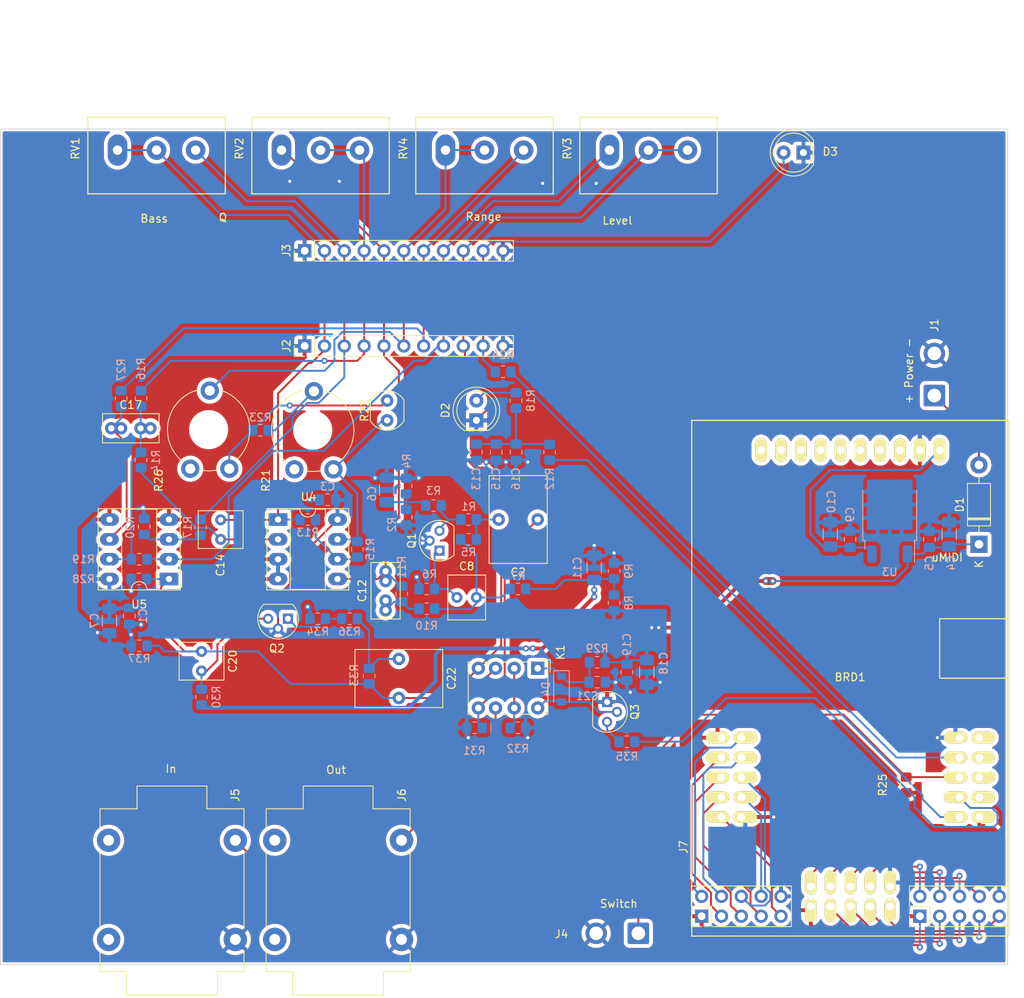
<source format=kicad_pcb>
(kicad_pcb (version 20221018) (generator pcbnew)
  (layers (0 "F.Cu" signal) (31 "B.Cu" signal) (34 "B.Paste" user) (35 "F.Paste" user) (36 "B.SilkS" user "B.Silkscreen") (37 "F.SilkS" user "F.Silkscreen") (38 "B.Mask" user) (39 "F.Mask" user) (44 "Edge.Cuts" user))
  (net 0 "")
  (net 1 "+9V")
  (net 2 "GND")
  (net 3 "/wah_in")
  (net 4 "Net-(C2-Pad2)")
  (net 5 "Net-(C6-Pad1)")
  (net 6 "Net-(Q1-E)")
  (net 7 "Net-(C8-Pad2)")
  (net 8 "Net-(BRD1A-5..9V)")
  (net 9 "vmid")
  (net 10 "Net-(C12-Pad1)")
  (net 11 "/Filter/rv2_1")
  (net 12 "Net-(C13-Pad1)")
  (net 13 "Net-(U4A--)")
  (net 14 "/Filter/rv1_1")
  (net 15 "Net-(U5B--)")
  (net 16 "Net-(C17-Pad2)")
  (net 17 "/wah_out")
  (net 18 "Net-(Q2-B)")
  (net 19 "Net-(D4-K)")
  (net 20 "Net-(C22-Pad1)")
  (net 21 "Net-(D1-A)")
  (net 22 "Net-(D2-A)")
  (net 23 "Net-(D3-A)")
  (net 24 "Net-(D4-A)")
  (net 25 "/umidi_3v3")
  (net 26 "/led_pwm")
  (net 27 "/bypass_n")
  (net 28 "/toggle_switch")
  (net 30 "Net-(J5-PadT)")
  (net 33 "Net-(J6-PadT)")
  (net 35 "Net-(BRD1B-PA0(ADC0))")
  (net 36 "Net-(BRD1B-PA1(ADC1))")
  (net 37 "Net-(BRD1B-PA2(ADC2))")
  (net 38 "Net-(BRD1B-PA3(ADC3))")
  (net 39 "Net-(BRD1B-PA4(ADC4))")
  (net 40 "Net-(BRD1B-PA5(ADC5))")
  (net 41 "Net-(BRD1B-PA6(ADC6))")
  (net 42 "Net-(BRD1B-PA7(ADC7))")
  (net 43 "Net-(BRD1C-PB0)")
  (net 44 "Net-(BRD1C-PB1)")
  (net 45 "Net-(BRD1C-PB2(DACB::DAC0))")
  (net 46 "Net-(BRD1C-PB3(DACB::DAC1))")
  (net 47 "Net-(BRD1C-PC0(SDA))")
  (net 48 "Net-(BRD1C-PC1(SCL))")
  (net 49 "Net-(BRD1C-PC2(C0::RXD0))")
  (net 50 "Net-(BRD1C-PC3(C0::TXD0))")
  (net 51 "/Filter/rv1_2")
  (net 52 "/Filter/rv2_2")
  (net 53 "/Filter/rv4_1")
  (net 54 "/Filter/rv4_2")
  (net 55 "/Filter/rv3_1")
  (net 56 "Net-(K1-Pad2)")
  (net 57 "Net-(Q1-B)")
  (net 58 "Net-(Q2-E)")
  (net 59 "Net-(Q3-B)")
  (net 60 "Net-(U4B--)")
  (net 61 "Net-(R15-Pad2)")
  (net 62 "Net-(U5A-+)")
  (net 63 "Net-(R21-Pad2)")
  (net 64 "Net-(R22-Pad2)")
  (net 77 "/Filter/status_led")
  (footprint "Relay_THT:Relay_DPDT_Omron_G6K-2P-Y" (layer "F.Cu") (at 130.81 99.06 -90)
    (fp_text reference "K1")
    (fp_text value "G6K-2P-Y-DC5")
  )
  (footprint "Capacitor_THT:C_Rect_L7.2mm_W11.0mm_P5.00mm_FKS2_FKP2_MKS2_MKP2" (layer "F.Cu") (at 130.8075 80.01 180)
    (fp_text reference "C2")
    (fp_text value "10u")
  )
  (footprint "uMidi-wah:Potentiometer_Alpha_RV16AF-20-15k-Single_Horizontal" (layer "F.Cu") (at 77 32.7 90)
    (fp_text reference "RV1")
    (fp_text value "100k, Anti-Log")
  )
  (footprint "uMidi-wah:uMIDI_faceup" (layer "F.Cu") (at 170.86 100.33 -90)
    (fp_text reference "BRD1")
    (fp_text value "uMIDI")
  )
  (footprint "Capacitor_THT:C_Rect_L7.0mm_W3.5mm_P2.50mm_P5.00mm" (layer "F.Cu") (at 76.2 68.326)
    (fp_text reference "C17")
    (fp_text value "2.7n")
  )
  (footprint "uMidi-wah:Potentiometer_Alpha_RV16AF-20-15k-Single_Horizontal" (layer "F.Cu") (at 119 32.7 90)
    (fp_text reference "RV4")
    (fp_text value "50k, Anti-Log")
  )
  (footprint "Capacitor_THT:C_Rect_L4.6mm_W5.5mm_P2.50mm_MKS02_FKP02" (layer "F.Cu") (at 87.757 96.901 -90)
    (fp_text reference "C20")
    (fp_text value "47n")
  )
  (footprint "Capacitor_THT:C_Rect_L4.6mm_W5.5mm_P2.50mm_MKS02_FKP02" (layer "F.Cu") (at 120.4675 89.99)
    (fp_text reference "C8")
    (fp_text value "1u")
  )
  (footprint "Resistor_SMD:R_0805_2012Metric_Pad1.20x1.40mm_HandSolder" (layer "F.Cu") (at 178 114 -90)
    (fp_text reference "R25")
    (fp_text value "10k")
  )
  (footprint "Connector_Audio:Jack_6.35mm_Neutrik_NMJ4HCD2_Horizontal" (layer "F.Cu") (at 113.3675 121.0875 -90)
    (fp_text reference "J6")
    (fp_text value "Output")
  )
  (footprint "Package_TO_SOT_THT:TO-92" (layer "F.Cu") (at 98.8275 92.71 180)
    (fp_text reference "Q2")
    (fp_text value "KSC1815")
  )
  (footprint "Connector_Audio:Jack_6.35mm_Neutrik_NMJ4HCD2_Horizontal" (layer "F.Cu") (at 92.0875 121.0875 -90)
    (fp_text reference "J5")
    (fp_text value "Input")
  )
  (footprint "Package_DIP:DIP-8_W7.62mm_Socket_LongPads" (layer "F.Cu") (at 97.5575 80.01)
    (fp_text reference "U4")
    (fp_text value "NJM4558D")
  )
  (footprint "Package_TO_SOT_THT:TO-92" (layer "F.Cu") (at 118.2375 83.99 90)
    (fp_text reference "Q1")
    (fp_text value "KSC1815")
  )
  (footprint "Potentiometer_THT:Potentiometer_Piher_PT-10-V10_Vertical_Hole" (layer "F.Cu") (at 91.3175 73.5 90)
    (fp_text reference "R26")
    (fp_text value "20k")
  )
  (footprint "Connector_PinHeader_2.54mm:PinHeader_1x11_P2.54mm_Vertical" (layer "F.Cu") (at 100.965 45.593 90)
    (fp_text reference "J3")
    (fp_text value "Pots Front")
  )
  (footprint "OptoDevice:R_LDR_4.9x4.2mm_P2.54mm_Vertical" (layer "F.Cu") (at 111.5275 67.31 90)
    (fp_text reference "R22")
    (fp_text value "LDR")
  )
  (footprint "Capacitor_THT:C_Rect_L7.2mm_W11.0mm_P5.00mm_FKS2_FKP2_MKS2_MKP2" (layer "F.Cu") (at 113.03 97.87 -90)
    (fp_text reference "C22")
    (fp_text value "10u")
  )
  (footprint "Capacitor_THT:C_Rect_L7.0mm_W3.5mm_P2.50mm_P5.00mm" (layer "F.Cu") (at 111.33425 91.63325 90)
    (fp_text reference "C12")
    (fp_text value "18n")
  )
  (footprint "LED_THT:LED_D5.0mm" (layer "F.Cu") (at 122.9575 67.31 90)
    (fp_text reference "D2")
    (fp_text value "LED")
  )
  (footprint "LED_THT:LED_D5.0mm" (layer "F.Cu") (at 164.846 33.02 180)
    (fp_text reference "D3")
    (fp_text value "LED")
  )
  (footprint "uMidi-wah:Potentiometer_Alpha_RV16AF-20-15k-Single_Horizontal" (layer "F.Cu") (at 98 32.7 90)
    (fp_text reference "RV2")
    (fp_text value "250k, Log")
  )
  (footprint "Connector_PinHeader_2.54mm:PinHeader_1x11_P2.54mm_Vertical" (layer "F.Cu") (at 100.965 57.785 90)
    (fp_text reference "J2")
    (fp_text value "Pots Main")
  )
  (footprint "Package_DIP:DIP-8_W7.62mm_Socket_LongPads" (layer "F.Cu") (at 83.5875 87.63 180)
    (fp_text reference "U5")
    (fp_text value "NJM4558D")
  )
  (footprint "Connector_PinHeader_2.54mm:PinHeader_2x05_P2.54mm_Vertical" (layer "F.Cu") (at 179.755 130.81 90)
    (fp_text reference "J8" hide)
    (fp_text value "Conn_02x05_Odd_Even")
  )
  (footprint "Connector_Wire:SolderWire-1sqmm_1x02_P5.4mm_D1.4mm_OD2.7mm" (layer "F.Cu") (at 181.61 64.135 90)
    (fp_text reference "J1")
    (fp_text value "Power")
  )
  (footprint "Potentiometer_THT:Potentiometer_Piher_PT-10-V10_Vertical_Hole" (layer "F.Cu") (at 104.6525 73.58 90)
    (fp_text reference "R21")
    (fp_text value "500k")
  )
  (footprint "Connector_Wire:SolderWire-1sqmm_1x02_P5.4mm_D1.4mm_OD2.7mm" (layer "F.Cu") (at 143.7 133 180)
    (fp_text reference "J4")
    (fp_text value "Switch")
  )
  (footprint "uMidi-wah:Potentiometer_Alpha_RV16AF-20-15k-Single_Horizontal" (layer "F.Cu") (at 140 32.7 90)
    (fp_text reference "RV3")
    (fp_text value "10k, Lin")
  )
  (footprint "Capacitor_THT:C_Rect_L4.6mm_W5.5mm_P2.50mm_MKS02_FKP02" (layer "F.Cu") (at 90.2075 82.55 90)
    (fp_text reference "C14")
    (fp_text value "10n")
  )
  (footprint "Connector_PinHeader_2.54mm:PinHeader_2x05_P2.54mm_Vertical" (layer "F.Cu") (at 151.81 130.81 90)
    (fp_text reference "J7")
    (fp_text value "Conn_02x05_Odd_Even")
  )
  (footprint "Package_TO_SOT_THT:TO-92" (layer "F.Cu") (at 139.69725 103.378 -90)
    (fp_text reference "Q3")
    (fp_text value "KSC1815")
  )
  (footprint "Diode_THT:D_DO-41_SOD81_P10.16mm_Horizontal" (layer "F.Cu") (at 187.325 83.185 90)
    (fp_text reference "D1")
    (fp_text value "1N4001")
  )
  (footprint "Resistor_SMD:R_0805_2012Metric_Pad1.20x1.40mm_HandSolder" (layer "B.Cu") (at 128.0375 64.77 -90)
    (fp_text reference "R18")
    (fp_text value "68")
  )
  (footprint "Resistor_SMD:R_0805_2012Metric_Pad1.20x1.40mm_HandSolder" (layer "B.Cu") (at 138.42725 98.298)
    (fp_text reference "R29")
    (fp_text value "180")
  )
  (footprint "Resistor_SMD:R_0805_2012Metric_Pad1.20x1.40mm_HandSolder" (layer "B.Cu") (at 79.74 87.63)
    (fp_text reference "R28")
    (fp_text value "1M")
  )
  (footprint "Capacitor_SMD:C_0805_2012Metric_Pad1.18x1.45mm_HandSolder" (layer "B.Cu") (at 122.9575 71.39 -90)
    (fp_text reference "C13")
    (fp_text value "330n")
  )
  (footprint "Resistor_SMD:R_0805_2012Metric_Pad1.20x1.40mm_HandSolder" (layer "B.Cu") (at 77.47 64.5 -90)
    (fp_text reference "R27")
    (fp_text value "1k")
  )
  (footprint "Resistor_SMD:R_0805_2012Metric_Pad1.20x1.40mm_HandSolder" (layer "B.Cu") (at 79.7775 85.09)
    (fp_text reference "R19")
    (fp_text value "3.6k")
  )
  (footprint "Resistor_SMD:R_0805_2012Metric_Pad1.20x1.40mm_HandSolder" (layer "B.Cu") (at 128.27 88.9 180)
    (fp_text reference "R7")
    (fp_text value "510k")
  )
  (footprint "Capacitor_SMD:C_1206_3216Metric_Pad1.33x1.80mm_HandSolder" (layer "B.Cu") (at 183.515 81.915 90)
    (fp_text reference "C4")
    (fp_text value "47u")
  )
  (footprint "Resistor_SMD:R_0805_2012Metric_Pad1.20x1.40mm_HandSolder" (layer "B.Cu") (at 107.7175 83.82 90)
    (fp_text reference "R15")
    (fp_text value "23k")
  )
  (footprint "Resistor_SMD:R_0805_2012Metric_Pad1.20x1.40mm_HandSolder" (layer "B.Cu") (at 142.23725 108.458)
    (fp_text reference "R35")
    (fp_text value "1k")
  )
  (footprint "Resistor_SMD:R_0805_2012Metric_Pad1.20x1.40mm_HandSolder" (layer "B.Cu") (at 87.757 102.743 90)
    (fp_text reference "R30")
    (fp_text value "510k")
  )
  (footprint "Capacitor_SMD:C_1206_3216Metric_Pad1.33x1.80mm_HandSolder" (layer "B.Cu") (at 75.9675 93.0025 -90)
    (fp_text reference "C7")
    (fp_text value "47u")
  )
  (footprint "Resistor_SMD:R_0805_2012Metric_Pad1.20x1.40mm_HandSolder" (layer "B.Cu") (at 116.6075 88.9)
    (fp_text reference "R6")
    (fp_text value "10k")
  )
  (footprint "Diode_SMD:D_SOD-123" (layer "B.Cu") (at 133.858 101.727 -90)
    (fp_text reference "D4")
    (fp_text value "1N4148W")
  )
  (footprint "Resistor_SMD:R_0805_2012Metric_Pad1.20x1.40mm_HandSolder" (layer "B.Cu") (at 113.9675 75.72 -90)
    (fp_text reference "R4")
    (fp_text value "22k")
  )
  (footprint "Resistor_SMD:R_0805_2012Metric_Pad1.20x1.40mm_HandSolder" (layer "B.Cu") (at 140.589 90.678 -90)
    (fp_text reference "R8")
    (fp_text value "10k")
  )
  (footprint "Capacitor_SMD:C_0805_2012Metric_Pad1.18x1.45mm_HandSolder" (layer "B.Cu") (at 103.9075 77.47 180)
    (fp_text reference "C3")
    (fp_text value "330n")
  )
  (footprint "Capacitor_SMD:C_0805_2012Metric_Pad1.18x1.45mm_HandSolder" (layer "B.Cu") (at 128.0375 71.39 -90)
    (fp_text reference "C16")
    (fp_text value "1u")
  )
  (footprint "Resistor_SMD:R_0805_2012Metric_Pad1.20x1.40mm_HandSolder" (layer "B.Cu") (at 95.2875 68.58 180)
    (fp_text reference "R23")
    (fp_text value "200k")
  )
  (footprint "Resistor_SMD:R_0805_2012Metric_Pad1.20x1.40mm_HandSolder" (layer "B.Cu") (at 140.589 86.6055 -90)
    (fp_text reference "R9")
    (fp_text value "10k")
  )
  (footprint "Package_TO_SOT_SMD:TO-252-2" (layer "B.Cu") (at 175.895 79.375 90)
    (fp_text reference "U3")
    (fp_text value "MC78M05_TO252")
  )
  (footprint "Resistor_SMD:R_0805_2012Metric_Pad1.20x1.40mm_HandSolder" (layer "B.Cu") (at 121.9575 80.01 180)
    (fp_text reference "R1")
    (fp_text value "1k")
  )
  (footprint "Resistor_SMD:R_0805_2012Metric_Pad1.20x1.40mm_HandSolder" (layer "B.Cu") (at 80.01 72.39 90)
    (fp_text reference "R14")
    (fp_text value "15k")
  )
  (footprint "Resistor_SMD:R_0805_2012Metric_Pad1.20x1.40mm_HandSolder" (layer "B.Cu") (at 79.7775 96.1775)
    (fp_text reference "R37")
    (fp_text value "100k")
  )
  (footprint "Resistor_SMD:R_0805_2012Metric_Pad1.20x1.40mm_HandSolder" (layer "B.Cu") (at 109.22 100.06 -90)
    (fp_text reference "R33")
    (fp_text value "dnf")
  )
  (footprint "Resistor_SMD:R_0805_2012Metric_Pad1.20x1.40mm_HandSolder" (layer "B.Cu") (at 101.3675 80.01)
    (fp_text reference "R13")
    (fp_text value "22k")
  )
  (footprint "Resistor_SMD:R_0805_2012Metric_Pad1.20x1.40mm_HandSolder" (layer "B.Cu") (at 106.7175 92.71)
    (fp_text reference "R36")
    (fp_text value "47")
  )
  (footprint "Resistor_SMD:R_0805_2012Metric_Pad1.20x1.40mm_HandSolder" (layer "B.Cu") (at 128.27 106.68 180)
    (fp_text reference "R32")
    (fp_text value "1M")
  )
  (footprint "Resistor_SMD:R_0805_2012Metric_Pad1.20x1.40mm_HandSolder" (layer "B.Cu") (at 126.365 61.087)
    (fp_text reference "R24")
    (fp_text value "180")
  )
  (footprint "Capacitor_SMD:C_0805_2012Metric_Pad1.18x1.45mm_HandSolder" (layer "B.Cu") (at 78.5075 92.3675 -90)
    (fp_text reference "C1")
    (fp_text value "330n")
  )
  (footprint "Capacitor_SMD:C_1206_3216Metric_Pad1.33x1.80mm_HandSolder" (layer "B.Cu") (at 144.77725 99.568 -90)
    (fp_text reference "C18")
    (fp_text value "10u")
  )
  (footprint "Resistor_SMD:R_0805_2012Metric_Pad1.20x1.40mm_HandSolder" (layer "B.Cu") (at 87.63 81.01 -90)
    (fp_text reference "R17")
    (fp_text value "5.1k")
  )
  (footprint "Resistor_SMD:R_0805_2012Metric_Pad1.20x1.40mm_HandSolder" (layer "B.Cu") (at 113.9675 79.72 90)
    (fp_text reference "R2")
    (fp_text value "9.1k")
  )
  (footprint "Resistor_SMD:R_0805_2012Metric_Pad1.20x1.40mm_HandSolder" (layer "B.Cu") (at 102.6375 92.71)
    (fp_text reference "R34")
    (fp_text value "10k")
  )
  (footprint "Capacitor_SMD:C_0805_2012Metric_Pad1.18x1.45mm_HandSolder" (layer "B.Cu") (at 170.815 82.55 90)
    (fp_text reference "C9")
    (fp_text value "330n")
  )
  (footprint "Capacitor_SMD:C_1206_3216Metric_Pad1.33x1.80mm_HandSolder" (layer "B.Cu") (at 111.4675 76.22 90)
    (fp_text reference "C6")
    (fp_text value "10u")
  )
  (footprint "Resistor_SMD:R_0805_2012Metric_Pad1.20x1.40mm_HandSolder" (layer "B.Cu") (at 132.334 71.39 -90)
    (fp_text reference "R12")
    (fp_text value "68")
  )
  (footprint "Capacitor_SMD:C_0805_2012Metric_Pad1.18x1.45mm_HandSolder" (layer "B.Cu") (at 180.975 82.55 90)
    (fp_text reference "C5")
    (fp_text value "330n")
  )
  (footprint "Capacitor_SMD:C_0805_2012Metric_Pad1.18x1.45mm_HandSolder" (layer "B.Cu") (at 138.42725 100.838)
    (fp_text reference "C21")
    (fp_text value "330n")
  )
  (footprint "Capacitor_SMD:C_0805_2012Metric_Pad1.18x1.45mm_HandSolder" (layer "B.Cu") (at 125.4975 71.39 -90)
    (fp_text reference "C15")
    (fp_text value "330n")
  )
  (footprint "Resistor_SMD:R_0805_2012Metric_Pad1.20x1.40mm_HandSolder" (layer "B.Cu") (at 121.9575 82.55)
    (fp_text reference "R5")
    (fp_text value "dnf")
  )
  (footprint "Resistor_SMD:R_0805_2012Metric_Pad1.20x1.40mm_HandSolder" (layer "B.Cu") (at 80.4125 80.915 90)
    (fp_text reference "R20")
    (fp_text value "470k")
  )
  (footprint "Resistor_SMD:R_0805_2012Metric_Pad1.20x1.40mm_HandSolder" (layer "B.Cu") (at 122.73 106.68)
    (fp_text reference "R31")
    (fp_text value "1M")
  )
  (footprint "Resistor_SMD:R_0805_2012Metric_Pad1.20x1.40mm_HandSolder" (layer "B.Cu") (at 116.6075 91.44 180)
    (fp_text reference "R10")
    (fp_text value "10k")
  )
  (footprint "Capacitor_SMD:C_1206_3216Metric_Pad1.33x1.80mm_HandSolder" (layer "B.Cu") (at 168.275 81.915 90)
    (fp_text reference "C10")
    (fp_text value "10u")
  )
  (footprint "Resistor_SMD:R_0805_2012Metric_Pad1.20x1.40mm_HandSolder" (layer "B.Cu") (at 113.411 89.535 90)
    (fp_text reference "R11")
    (fp_text value "47k")
  )
  (footprint "Capacitor_SMD:C_0805_2012Metric_Pad1.18x1.45mm_HandSolder" (layer "B.Cu") (at 142.23725 99.568 -90)
    (fp_text reference "C19")
    (fp_text value "330n")
  )
  (footprint "Capacitor_SMD:C_1206_3216Metric_Pad1.33x1.80mm_HandSolder" (layer "B.Cu") (at 138.049 86.1945 90)
    (fp_text reference "C11")
    (fp_text value "47u")
  )
  (footprint "Resistor_SMD:R_0805_2012Metric_Pad1.20x1.40mm_HandSolder" (layer "B.Cu") (at 117.4675 78.22)
    (fp_text reference "R3")
    (fp_text value "510k")
  )
  (footprint "Resistor_SMD:R_0805_2012Metric_Pad1.20x1.40mm_HandSolder" (layer "B.Cu") (at 80.01 64.5 -90)
    (fp_text reference "R16")
    (fp_text value "11k")
  )
  (gr_rect (start 62 30) (end 191 137) (stroke (width 0.1)) (fill none) (layer "Edge.Cuts"))
  (gr_text "Bass" (at 79.836 42.053) (layer "F.SilkS") (effects (font (size 1 1)) (justify left bottom)))
  (gr_text "Range" (at 121.492 41.799) (layer "F.SilkS") (effects (font (size 1 1)) (justify left bottom)))
  (gr_text "+ Power -" (at 178.943 65.278 90) (layer "F.SilkS") (effects (font (size 1 1)) (justify left bottom)))
  (gr_text "Q" (at 89.869 41.926) (layer "F.SilkS") (effects (font (size 1 1)) (justify left bottom)))
  (gr_text "Switch" (at 138.684 129.794) (layer "F.SilkS") (effects (font (size 1 1)) (justify left bottom)))
  (gr_text "In" (at 83.058 112.522) (layer "F.SilkS") (effects (font (size 1 1)) (justify left bottom)))
  (gr_text "Out" (at 103.632 112.649) (layer "F.SilkS") (effects (font (size 1 1)) (justify left bottom)))
  (gr_text "Level" (at 139.018 42.307) (layer "F.SilkS") (effects (font (size 1 1)) (justify left bottom)))
  (segment (start 151.13 93.853) (end 157.099 87.884) (width 0.5) (layer "F.Cu") (net 1))
  (segment (start 97.5575 89.7675) (end 97.5575 93.98) (width 0.25) (layer "F.Cu") (net 1))
  (segment (start 99.0825 86.105) (end 99.0825 88.2425) (width 0.25) (layer "F.Cu") (net 1))
  (segment (start 160.02 87.884) (end 160.909 87.884) (width 1) (layer "F.Cu") (net 1))
  (segment (start 146.304 93.853) (end 145.415 93.853) (width 1) (layer "F.Cu") (net 1))
  (segment (start 105.1775 80.01) (end 99.0825 86.105) (width 0.25) (layer "F.Cu") (net 1))
  (segment (start 157.099 87.884) (end 160.02 87.884) (width 0.5) (layer "F.Cu") (net 1))
  (segment (start 146.304 93.853) (end 151.13 93.853) (width 0.5) (layer "F.Cu") (net 1))
  (segment (start 99.0825 88.2425) (end 97.5575 89.7675) (width 0.25) (layer "F.Cu") (net 1))
  (via (at 160.909 87.884) (size 0.8) (drill 0.4) (layers "F.Cu" "B.Cu") (net 1))
  (via (at 160.02 87.884) (size 0.8) (drill 0.4) (layers "F.Cu" "B.Cu") (net 1))
  (via (at 146.304 93.853) (size 0.8) (drill 0.4) (layers "F.Cu" "B.Cu") (net 1))
  (via (at 145.415 93.853) (size 0.8) (drill 0.4) (layers "F.Cu" "B.Cu") (net 1))
  (segment (start 142.00475 98.298) (end 142.23725 98.5305) (width 0.25) (layer "B.Cu") (net 1))
  (segment (start 78.5075 91.33) (end 91.33 91.33) (width 0.25) (layer "B.Cu") (net 1))
  (segment (start 178.175 84.415) (end 180.1475 84.415) (width 0.25) (layer "B.Cu") (net 1))
  (segment (start 144.77725 98.0055) (end 142.76225 98.0055) (width 0.25) (layer "B.Cu") (net 1))
  (segment (start 91.33 91.33) (end 93.98 93.98) (width 0.25) (layer "B.Cu") (net 1))
  (segment (start 105.1775 77.7025) (end 105.1775 80.01) (width 0.25) (layer "B.Cu") (net 1))
  (segment (start 142.23725 96.00925) (end 140.589 94.361) (width 0.25) (layer "B.Cu") (net 1))
  (segment (start 78.3975 91.44) (end 78.5075 91.33) (width 0.25) (layer "B.Cu") (net 1))
  (segment (start 183.8075 83.185) (end 187.325 83.185) (width 0.25) (layer "B.Cu") (net 1))
  (segment (start 180.1475 84.415) (end 180.975 83.5875) (width 0.25) (layer "B.Cu") (net 1))
  (segment (start 139.42725 98.298) (end 142.00475 98.298) (width 0.25) (layer "B.Cu") (net 1))
  (segment (start 75.9675 91.44) (end 78.3975 91.44) (width 0.25) (layer "B.Cu") (net 1))
  (segment (start 178.175 84.415) (end 178.175 86.112) (width 0.25) (layer "B.Cu") (net 1))
  (segment (start 140.589 94.361) (end 140.589 91.678) (width 0.25) (layer "B.Cu") (net 1))
  (segment (start 161.29 87.884) (end 160.909 87.884) (width 0.25) (layer "B.Cu") (net 1))
  (segment (start 104.945 77.47) (end 105.1775 77.7025) (width 0.25) (layer "B.Cu") (net 1))
  (segment (start 177.8725 84.7175) (end 178.175 84.415) (width 0.25) (layer "B.Cu") (net 1))
  (segment (start 115.9675 82.72) (end 116.9675 82.72) (width 0.25) (layer "B.Cu") (net 1))
  (segment (start 93.98 93.98) (end 97.5575 93.98) (width 0.25) (layer "B.Cu") (net 1))
  (segment (start 142.23725 98.5305) (end 142.23725 96.00925) (width 0.25) (layer "B.Cu") (net 1))
  (segment (start 113.9675 80.72) (end 115.9675 82.72) (width 0.25) (layer "B.Cu") (net 1))
  (segment (start 183.515 83.4775) (end 183.8075 83.185) (width 0.25) (layer "B.Cu") (net 1))
  (segment (start 142.76225 98.0055) (end 142.23725 98.5305) (width 0.25) (layer "B.Cu") (net 1))
  (segment (start 183.405 83.5875) (end 183.515 83.4775) (width 0.25) (layer "B.Cu") (net 1))
  (segment (start 178.175 86.112) (end 176.403 87.884) (width 0.25) (layer "B.Cu") (net 1))
  (segment (start 75.9675 91.44) (end 75.9675 87.63) (width 0.25) (layer "B.Cu") (net 1))
  (segment (start 180.975 83.5875) (end 183.405 83.5875) (width 0.25) (layer "B.Cu") (net 1))
  (segment (start 176.403 87.884) (end 161.29 87.884) (width 0.25) (layer "B.Cu") (net 1))
  (segment (start 100.965 57.785) (end 100.965 45.593) (width 0.25) (layer "F.Cu") (net 2))
  (segment (start 126.365 63.9025) (end 126.365 57.785) (width 0.25) (layer "F.Cu") (net 2))
  (segment (start 156.89 118.11) (end 161.036 118.11) (width 0.5) (layer "F.Cu") (net 2))
  (segment (start 126.365 57.785) (end 126.365 45.593) (width 0.25) (layer "F.Cu") (net 2))
  (segment (start 122.9575 67.31) (end 126.365 63.9025) (width 0.25) (layer "F.Cu") (net 2))
  (via (at 115.316 87.376) (size 0.8) (drill 0.4) (layers "F.Cu" "B.Cu") (net 2))
  (via (at 131.445 36.957) (size 0.8) (drill 0.4) (layers "F.Cu" "B.Cu") (net 2))
  (via (at 146.486 100.853) (size 0.8) (drill 0.4) (layers "F.Cu" "B.Cu") (net 2))
  (via (at 140.771 100.853) (size 0.8) (drill 0.4) (layers "F.Cu" "B.Cu") (net 2))
  (via (at 126.746 72.644) (size 0.8) (drill 0.4) (layers "F.Cu" "B.Cu") (net 2))
  (via (at 181.991 107.95) (size 0.8) (drill 0.4) (layers "F.Cu" "B.Cu") (net 2))
  (via (at 129.54 72.644) (size 0.8) (drill 0.4) (layers "F.Cu" "B.Cu") (net 2))
  (via (at 105.41 36.703) (size 0.8) (drill 0.4) (layers "F.Cu" "B.Cu") (net 2))
  (via (at 115.57 74.676) (size 0.8) (drill 0.4) (layers "F.Cu" "B.Cu") (net 2))
  (via (at 109.982 74.676) (size 0.8) (drill 0.4) (layers "F.Cu" "B.Cu") (net 2))
  (via (at 78.74 89.154) (size 0.8) (drill 0.4) (layers "F.Cu" "B.Cu") (net 2))
  (via (at 142.676 102.123) (size 0.8) (drill 0.4) (layers "F.Cu" "B.Cu") (net 2))
  (via (at 138.303 36.957) (size 0.8) (drill 0.4) (layers "F.Cu" "B.Cu") (net 2))
  (via (at 138.049 83.312) (size 0.8) (drill 0.4) (layers "F.Cu" "B.Cu") (net 2))
  (via (at 161.036 118.11) (size 0.8) (drill 0.4) (layers "F.Cu" "B.Cu") (net 2))
  (via (at 129.54 107.95) (size 0.8) (drill 0.4) (layers "F.Cu" "B.Cu") (net 2))
  (via (at 74.422 94.488) (size 0.8) (drill 0.4) (layers "F.Cu" "B.Cu") (net 2))
  (via (at 140.589 84.2895) (size 0.8) (drill 0.4) (layers "F.Cu" "B.Cu") (net 2))
  (via (at 124.206 72.644) (size 0.8) (drill 0.4) (layers "F.Cu" "B.Cu") (net 2))
  (via (at 101.6 77.47) (size 0.8) (drill 0.4) (layers "F.Cu" "B.Cu") (net 2))
  (via (at 121.92 107.95) (size 0.8) (drill 0.4) (layers "F.Cu" "B.Cu") (net 2))
  (via (at 80.264 78.486) (size 0.8) (drill 0.4) (layers "F.Cu" "B.Cu") (net 2))
  (via (at 78.74 94.742) (size 0.8) (drill 0.4) (layers "F.Cu" "B.Cu") (net 2))
  (via (at 101.346 91.186) (size 0.8) (drill 0.4) (layers "F.Cu" "B.Cu") (net 2))
  (via (at 99.06 36.703) (size 0.8) (drill 0.4) (layers "F.Cu" "B.Cu") (net 2))
  (via (at 80.01 93.472) (size 0.8) (drill 0.4) (layers "F.Cu" "B.Cu") (net 2))
  (segment (start 140.589 85.6055) (end 140.589 84.2895) (width 0.25) (layer "B.Cu") (net 2))
  (segment (start 142.23725 101.68425) (end 142.676 102.123) (width 0.25) (layer "B.Cu") (net 2))
  (segment (start 110.0005 74.6575) (end 109.982 74.676) (width 0.25) (layer "B.Cu") (net 2))
  (segment (start 128.0375 72.4275) (end 129.3235 72.4275) (width 0.25) (layer "B.Cu") (net 2))
  (segment (start 129.3235 72.4275) (end 129.54 72.644) (width 0.25) (layer "B.Cu") (net 2))
  (segment (start 125.4975 72.4275) (end 126.5295 72.4275) (width 0.25) (layer "B.Cu") (net 2))
  (segment (start 126.9625 72.4275) (end 126.746 72.644) (width 0.25) (layer "B.Cu") (net 2))
  (segment (start 80.4125 79.915) (end 80.4125 78.6345) (width 0.25) (layer "B.Cu") (net 2))
  (segment (start 123.9895 72.4275) (end 124.206 72.644) (width 0.25) (layer "B.Cu") (net 2))
  (segment (start 138.049 84.632) (end 138.049 83.312) (width 0.25) (layer "B.Cu") (net 2))
  (segment (start 102.87 77.47) (end 101.6 77.47) (width 0.25) (layer "B.Cu") (net 2))
  (segment (start 126.5295 72.4275) (end 126.746 72.644) (width 0.25) (layer "B.Cu") (net 2))
  (segment (start 78.7775 96.1775) (end 78.7775 94.7795) (width 0.25) (layer "B.Cu") (net 2))
  (segment (start 145.05475 100.853) (end 146.486 100.853) (width 0.25) (layer "B.Cu") (net 2))
  (segment (start 101.6375 92.71) (end 101.6375 91.4775) (width 0.25) (layer "B.Cu") (net 2))
  (segment (start 75.9675 94.565) (end 75.8905 94.488) (width 0.25) (layer "B.Cu") (net 2))
  (segment (start 115.6075 88.9) (end 115.6075 87.6675) (width 0.25) (layer "B.Cu") (net 2))
  (segment (start 80.4125 78.6345) (end 80.264 78.486) (width 0.25) (layer "B.Cu") (net 2))
  (segment (start 124.4225 72.4275) (end 124.206 72.644) (width 0.25) (layer "B.Cu") (net 2))
  (segment (start 79.943 93.405) (end 80.01 93.472) (width 0.25) (layer "B.Cu") (net 2))
  (segment (start 144.77725 101.1305) (end 145.05475 100.853) (width 0.25) (layer "B.Cu") (net 2))
  (segment (start 129.54 106.95) (end 129.54 107.95) (width 0.25) (layer "B.Cu") (net 2))
  (segment (start 121.73 106.68) (end 121.92 106.87) (width 0.25) (layer "B.Cu") (net 2))
  (segment (start 115.6075 87.6675) (end 115.316 87.376) (width 0.25) (layer "B.Cu") (net 2))
  (segment (start 121.92 106.87) (end 121.92 107.95) (width 0.25) (layer "B.Cu") (net 2))
  (segment (start 113.9675 74.72) (end 115.526 74.72) (width 0.25) (layer "B.Cu") (net 2))
  (segment (start 140.756 100.838) (end 140.771 100.853) (width 0.25) (layer "B.Cu") (net 2))
  (segment (start 78.5075 93.405) (end 79.943 93.405) (width 0.25) (layer "B.Cu") (net 2))
  (segment (start 139.46475 100.838) (end 140.756 100.838) (width 0.25) (layer "B.Cu") (net 2))
  (segment (start 122.9575 72.4275) (end 123.9895 72.4275) (width 0.25) (layer "B.Cu") (net 2))
  (segment (start 75.8905 94.488) (end 74.422 94.488) (width 0.25) (layer "B.Cu") (net 2))
  (segment (start 142.23725 100.6055) (end 142.23725 101.68425) (width 0.25) (layer "B.Cu") (net 2))
  (segment (start 115.526 74.72) (end 115.57 74.676) (width 0.25) (layer "B.Cu") (net 2))
  (segment (start 78.7775 94.7795) (end 78.74 94.742) (width 0.25) (layer "B.Cu") (net 2))
  (segment (start 128.0375 72.4275) (end 126.9625 72.4275) (width 0.25) (layer "B.Cu") (net 2))
  (segment (start 101.6375 91.4775) (end 101.346 91.186) (width 0.25) (layer "B.Cu") (net 2))
  (segment (start 111.4675 74.6575) (end 110.0005 74.6575) (width 0.25) (layer "B.Cu") (net 2))
  (segment (start 181.991 107.95) (end 184.83 107.95) (width 0.5) (layer "B.Cu") (net 2))
  (segment (start 129.27 106.68) (end 129.54 106.95) (width 0.25) (layer "B.Cu") (net 2))
  (segment (start 78.74 87.63) (end 78.74 89.154) (width 0.25) (layer "B.Cu") (net 2))
  (segment (start 125.4975 72.4275) (end 124.4225 72.4275) (width 0.25) (layer "B.Cu") (net 2))
  (segment (start 126.585 84.2325) (end 126.585 100.765) (width 0.25) (layer "F.Cu") (net 3))
  (segment (start 130.8075 80.01) (end 126.585 84.2325) (width 0.25) (layer "F.Cu") (net 3))
  (segment (start 126.585 100.765) (end 123.21 104.14) (width 0.25) (layer "F.Cu") (net 3))
  (segment (start 123.21 106.16) (end 123.21 104.14) (width 0.25) (layer "B.Cu") (net 3))
  (segment (start 123.73 106.68) (end 123.21 106.16) (width 0.25) (layer "B.Cu") (net 3))
  (segment (start 122.9575 80.01) (end 125.8075 80.01) (width 0.25) (layer "B.Cu") (net 4))
  (segment (start 122.9575 82.55) (end 122.9575 80.01) (width 0.25) (layer "B.Cu") (net 4))
  (segment (start 113.9675 78.72) (end 113.9675 76.72) (width 0.25) (layer "B.Cu") (net 5))
  (segment (start 116.03 77.7825) (end 116.4675 78.22) (width 0.25) (layer "B.Cu") (net 5))
  (segment (start 111.4675 77.7825) (end 116.03 77.7825) (width 0.25) (layer "B.Cu") (net 5))
  (segment (start 117.6075 84.3225) (end 118.11 83.82) (width 0.25) (layer "B.Cu") (net 6))
  (segment (start 117.6075 88.9) (end 119.3775 88.9) (width 0.25) (layer "B.Cu") (net 6))
  (segment (start 119.3775 88.9) (end 120.4675 89.99) (width 0.25) (layer "B.Cu") (net 6))
  (segment (start 117.6075 88.9) (end 117.6075 84.3225) (width 0.25) (layer "B.Cu") (net 6))
  (segment (start 127.27 88.9) (end 126.18 89.99) (width 0.25) (layer "B.Cu") (net 7))
  (segment (start 122.2175 91.49) (end 122.9675 90.74) (width 0.25) (layer "B.Cu") (net 7))
  (segment (start 117.6575 91.49) (end 117.6075 91.44) (width 0.25) (layer "B.Cu") (net 7))
  (segment (start 120.9575 82.55) (end 122.9675 84.56) (width 0.25) (layer "B.Cu") (net 7))
  (segment (start 122.2175 91.49) (end 117.6575 91.49) (width 0.25) (layer "B.Cu") (net 7))
  (segment (start 122.9675 84.56) (end 122.9675 89.99) (width 0.25) (layer "B.Cu") (net 7))
  (segment (start 126.18 89.99) (end 122.9675 89.99) (width 0.25) (layer "B.Cu") (net 7))
  (segment (start 122.9675 90.74) (end 122.9675 89.99) (width 0.25) (layer "B.Cu") (net 7))
  (segment (start 170.705 83.4775) (end 170.815 83.5875) (width 0.25) (layer "B.Cu") (net 8))
  (segment (start 179.75 73.66) (end 168.275 73.66) (width 0.25) (layer "B.Cu") (net 8))
  (segment (start 168.275 83.4775) (end 170.705 83.4775) (width 0.25) (layer "B.Cu") (net 8))
  (segment (start 165.735 81.865) (end 167.3475 83.4775) (width 0.25) (layer "B.Cu") (net 8))
  (segment (start 165.735 76.2) (end 165.735 81.865) (width 0.25) (layer "B.Cu") (net 8))
  (segment (start 170.815 83.5875) (end 172.7875 83.5875) (width 0.25) (layer "B.Cu") (net 8))
  (segment (start 168.275 73.66) (end 165.735 76.2) (width 0.25) (layer "B.Cu") (net 8))
  (segment (start 182.29 71.12) (end 179.75 73.66) (width 0.25) (layer "B.Cu") (net 8))
  (segment (start 167.3475 83.4775) (end 168.275 83.4775) (width 0.25) (layer "B.Cu") (net 8))
  (segment (start 172.7875 83.5875) (end 173.615 84.415) (width 0.25) (layer "B.Cu") (net 8))
  (segment (start 138.049 89.916) (end 131.445 96.52) (width 0.5) (layer "F.Cu") (net 9))
  (segment (start 131.445 96.52) (end 130.175 96.52) (width 0.5) (layer "F.Cu") (net 9))
  (via (at 138.049 89.027) (size 0.8) (drill 0.4) (layers "F.Cu" "B.Cu") (net 9))
  (via (at 130.175 96.52) (size 0.8) (drill 0.4) (layers "F.Cu" "B.Cu") (net 9))
  (via (at 129.286 96.52) (size 0.8) (drill 0.4) (layers "F.Cu" "B.Cu") (net 9))
  (via (at 138.049 89.916) (size 0.8) (drill 0.4) (layers "F.Cu" "B.Cu") (net 9))
  (segment (start 129.286 96.52) (end 130.175 96.52) (width 0.5) (layer "B.Cu") (net 9))
  (segment (start 114.32 104.12) (end 117.729 100.711) (width 0.5) (layer "B.Cu") (net 9))
  (segment (start 138.2005 87.6055) (end 138.049 87.757) (width 0.25) (layer "B.Cu") (net 9))
  (segment (start 138.049 87.757) (end 138.049 89.027) (width 0.25) (layer "B.Cu") (net 9))
  (segment (start 140.589 89.678) (end 140.589 87.6055) (width 0.25) (layer "B.Cu") (net 9))
  (segment (start 117.729 97.282) (end 118.491 96.52) (width 0.5) (layer "B.Cu") (net 9))
  (segment (start 87.757 103.743) (end 88.134 104.12) (width 0.5) (layer "B.Cu") (net 9))
  (segment (start 117.729 100.711) (end 117.729 97.282) (width 0.5) (layer "B.Cu") (net 9))
  (segment (start 134.239 87.757) (end 133.096 88.9) (width 0.25) (layer "B.Cu") (net 9))
  (segment (start 88.134 104.12) (end 114.32 104.12) (width 0.5) (layer "B.Cu") (net 9))
  (segment (start 133.096 88.9) (end 129.27 88.9) (width 0.25) (layer "B.Cu") (net 9))
  (segment (start 138.049 89.027) (end 138.049 89.916) (width 0.5) (layer "B.Cu") (net 9))
  (segment (start 138.049 87.757) (end 134.239 87.757) (width 0.25) (layer "B.Cu") (net 9))
  (segment (start 140.589 87.6055) (end 138.2005 87.6055) (width 0.25) (layer "B.Cu") (net 9))
  (segment (start 140.589 87.8455) (end 140.349 87.6055) (width 0.25) (layer "B.Cu") (net 9))
  (segment (start 118.491 96.52) (end 129.286 96.52) (width 0.5) (layer "B.Cu") (net 9))
  (segment (start 114.316 91.44) (end 113.411 90.535) (width 0.25) (layer "B.Cu") (net 10))
  (segment (start 112.4325 90.535) (end 111.33425 91.63325) (width 0.25) (layer "B.Cu") (net 10))
  (segment (start 113.411 90.535) (end 112.4325 90.535) (width 0.25) (layer "B.Cu") (net 10))
  (segment (start 115.6075 91.44) (end 114.316 91.44) (width 0.25) (layer "B.Cu") (net 10))
  (segment (start 111.125 57.785) (end 111.125 45.593) (width 0.25) (layer "F.Cu") (net 11))
  (segment (start 110.3375 87.63) (end 111.33425 86.63325) (width 0.25) (layer "F.Cu") (net 11))
  (segment (start 113.03 60.96) (end 113.03 79.7775) (width 0.25) (layer "F.Cu") (net 11))
  (segment (start 111.125 59.055) (end 113.03 60.96) (width 0.25) (layer "F.Cu") (net 11))
  (segment (start 98.232 32.7) (end 98 32.7) (width 0.25) (layer "F.Cu") (net 11))
  (segment (start 111.125 57.15) (end 111.125 59.055) (width 0.25) (layer "F.Cu") (net 11))
  (segment (start 105.1775 87.63) (end 110.3375 87.63) (width 0.25) (layer "F.Cu") (net 11))
  (segment (start 111.33425 81.47325) (end 113.03 79.7775) (width 0.25) (layer "F.Cu") (net 11))
  (segment (start 111.125 45.593) (end 98.232 32.7) (width 0.25) (layer "F.Cu") (net 11))
  (segment (start 111.33425 86.63325) (end 111.33425 81.47325) (width 0.25) (layer "F.Cu") (net 11))
  (segment (start 113.236 88.535) (end 111.33425 86.63325) (width 0.25) (layer "B.Cu") (net 11))
  (segment (start 113.411 88.535) (end 113.236 88.535) (width 0.25) (layer "B.Cu") (net 11))
  (segment (start 128.0375 70.3525) (end 128.0375 65.77) (width 0.25) (layer "B.Cu") (net 12))
  (segment (start 125.4975 70.3525) (end 128.0375 70.3525) (width 0.25) (layer "B.Cu") (net 12))
  (segment (start 122.9575 70.3525) (end 125.4975 70.3525) (width 0.25) (layer "B.Cu") (net 12))
  (segment (start 132.2965 70.3525) (end 132.334 70.39) (width 0.25) (layer "B.Cu") (net 12))
  (segment (start 128.0375 70.3525) (end 132.2965 70.3525) (width 0.25) (layer "B.Cu") (net 12))
  (segment (start 90.2075 82.55) (end 97.5575 82.55) (width 0.25) (layer "F.Cu") (net 13))
  (segment (start 87.081827 81.075) (end 88.7325 81.075) (width 0.25) (layer "B.Cu") (net 13))
  (segment (start 88.7325 81.075) (end 90.2075 82.55) (width 0.25) (layer "B.Cu") (net 13))
  (segment (start 80.01 73.39) (end 80.01 74.003173) (width 0.25) (layer "B.Cu") (net 13))
  (segment (start 80.01 74.003173) (end 87.081827 81.075) (width 0.25) (layer "B.Cu") (net 13))
  (segment (start 101.473 59.944) (end 101.854 59.944) (width 0.25) (layer "F.Cu") (net 14))
  (segment (start 103.505 58.293) (end 103.505 57.785) (width 0.25) (layer "F.Cu") (net 14))
  (segment (start 90.2075 80.05) (end 97.5175 80.05) (width 0.25) (layer "F.Cu") (net 14))
  (segment (start 97.5175 80.05) (end 97.5575 80.01) (width 0.25) (layer "F.Cu") (net 14))
  (segment (start 97.5575 80.01) (end 97.5575 63.8595) (width 0.25) (layer "F.Cu") (net 14))
  (segment (start 103.505 57.785) (end 103.505 45.593) (width 0.25) (layer "F.Cu") (net 14))
  (segment (start 101.854 59.944) (end 103.505 58.293) (width 0.25) (layer "F.Cu") (net 14))
  (segment (start 97.5575 63.8595) (end 101.473 59.944) (width 0.25) (layer "F.Cu") (net 14))
  (segment (start 90.321 41.021) (end 82 32.7) (width 0.25) (layer "B.Cu") (net 14))
  (segment (start 100.3675 80.01) (end 97.5575 80.01) (width 0.25) (layer "B.Cu") (net 14))
  (segment (start 98.933 41.021) (end 90.321 41.021) (width 0.25) (layer "B.Cu") (net 14))
  (segment (start 103.505 45.593) (end 98.933 41.021) (width 0.25) (layer "B.Cu") (net 14))
  (segment (start 82 32.7) (end 77 32.7) (width 0.25) (layer "B.Cu") (net 14))
  (segment (start 76.2 68.326) (end 78.17 70.296) (width 0.25) (layer "F.Cu") (net 15))
  (segment (start 78.17 80.3475) (end 75.9675 82.55) (width 0.25) (layer "F.Cu") (net 15))
  (segment (start 78.17 70.296) (end 78.17 80.3475) (width 0.25) (layer "F.Cu") (net 15))
  (segment (start 77.47 65.5) (end 77.47 67.056) (width 0.25) (layer "B.Cu") (net 15))
  (segment (start 77.47 67.056) (end 76.2 68.326) (width 0.25) (layer "B.Cu") (net 15))
  (segment (start 78.7775 85.09) (end 75.9675 85.09) (width 0.25) (layer "B.Cu") (net 16))
  (segment (start 79.97 71.35) (end 79.97 68.31) (width 0.25) (layer "B.Cu") (net 16))
  (segment (start 79.97 68.31) (end 79.986 68.326) (width 0.25) (layer "B.Cu") (net 16))
  (segment (start 78.7775 85.09) (end 78.7775 72.6225) (width 0.25) (layer "B.Cu") (net 16))
  (segment (start 80.01 71.39) (end 79.97 71.35) (width 0.25) (layer "B.Cu") (net 16))
  (segment (start 79.986 68.326) (end 81.2 68.326) (width 0.25) (layer "B.Cu") (net 16))
  (segment (start 79.97 65.54) (end 79.97 68.31) (width 0.25) (layer "B.Cu") (net 16))
  (segment (start 78.7775 72.6225) (end 80.01 71.39) (width 0.25) (layer "B.Cu") (net 16))
  (segment (start 80.01 65.5) (end 79.97 65.54) (width 0.25) (layer "B.Cu") (net 16))
  (segment (start 83.5875 87.63) (end 82.5625 88.655) (width 0.25) (layer "F.Cu") (net 17))
  (segment (start 128.27 77.47) (end 124.169 73.369) (width 0.25) (layer "F.Cu") (net 17))
  (segment (start 126.135 96.135) (end 126.135 84.046104) (width 0.25) (layer "F.Cu") (net 17))
  (segment (start 122.767347 73.369) (end 121.4925 72.094153) (width 0.25) (layer "F.Cu") (net 17))
  (segment (start 113.03 102.87) (end 119.4 102.87) (width 0.25) (layer "F.Cu") (net 17))
  (segment (start 128.27 81.911104) (end 128.27 77.47) (width 0.25) (layer "F.Cu") (net 17))
  (segment (start 82.5625 88.655) (end 82.5625 93.8825) (width 0.25) (layer "F.Cu") (net 17))
  (segment (start 121.285 57.785) (end 121.285 45.593) (width 0.25) (layer "F.Cu") (net 17))
  (segment (start 121.4925 57.9925) (end 121.285 57.785) (width 0.25) (layer "F.Cu") (net 17))
  (segment (start 123.21 99.06) (end 126.135 96.135) (width 0.25) (layer "F.Cu") (net 17))
  (segment (start 124.169 73.369) (end 122.767347 73.369) (width 0.25) (layer "F.Cu") (net 17))
  (segment (start 82.5625 93.8825) (end 85.581 96.901) (width 0.25) (layer "F.Cu") (net 17))
  (segment (start 85.581 96.901) (end 87.757 96.901) (width 0.25) (layer "F.Cu") (net 17))
  (segment (start 119.4 102.87) (end 123.21 99.06) (width 0.25) (layer "F.Cu") (net 17))
  (segment (start 121.4925 72.094153) (end 121.4925 57.9925) (width 0.25) (layer "F.Cu") (net 17))
  (segment (start 126.135 84.046104) (end 128.27 81.911104) (width 0.25) (layer "F.Cu") (net 17))
  (segment (start 99.155 101.06) (end 94.996 96.901) (width 0.25) (layer "B.Cu") (net 17))
  (segment (start 111.03 102.87) (end 113.03 102.87) (width 0.25) (layer "B.Cu") (net 17))
  (segment (start 80.74 87.63) (end 83.5875 87.63) (width 0.25) (layer "B.Cu") (net 17))
  (segment (start 109.22 101.06) (end 99.155 101.06) (width 0.25) (layer "B.Cu") (net 17))
  (segment (start 109.22 101.06) (end 111.03 102.87) (width 0.25) (layer "B.Cu") (net 17))
  (segment (start 121.285 45.593) (end 125.534 41.344) (width 0.25) (layer "B.Cu") (net 17))
  (segment (start 125.534 41.344) (end 136.356 41.344) (width 0.25) (layer "B.Cu") (net 17))
  (segment (start 83.041 96.901) (end 87.757 96.901) (width 0.25) (layer "B.Cu") (net 17))
  (segment (start 145 32.7) (end 150 32.7) (width 0.25) (layer "B.Cu") (net 17))
  (segment (start 136.356 41.344) (end 145 32.7) (width 0.25) (layer "B.Cu") (net 17))
  (segment (start 82.3175 96.1775) (end 83.041 96.901) (width 0.25) (layer "B.Cu") (net 17))
  (segment (start 80.7775 96.1775) (end 82.3175 96.1775) (width 0.25) (layer "B.Cu") (net 17))
  (segment (start 94.996 96.901) (end 87.757 96.901) (width 0.25) (layer "B.Cu") (net 17))
  (segment (start 93.091 92.71) (end 89.789 96.012) (width 0.25) (layer "F.Cu") (net 18))
  (segment (start 89.789 98.044) (end 88.432 99.401) (width 0.25) (layer "F.Cu") (net 18))
  (segment (start 89.789 96.012) (end 89.789 98.044) (width 0.25) (layer "F.Cu") (net 18))
  (segment (start 88.432 99.401) (end 87.757 99.401) (width 0.25) (layer "F.Cu") (net 18))
  (segment (start 96.2875 92.71) (end 93.091 92.71) (width 0.25) (layer "F.Cu") (net 18))
  (segment (start 87.757 101.743) (end 87.757 99.401) (width 0.25) (layer "B.Cu") (net 18))
  (segment (start 137.42725 98.298) (end 137.42725 100.8005) (width 0.25) (layer "B.Cu") (net 19))
  (segment (start 134.619 100.838) (end 137.38975 100.838) (width 0.25) (layer "B.Cu") (net 19))
  (segment (start 132.841 99.06) (end 130.88375 99.06) (width 0.25) (layer "B.Cu") (net 19))
  (segment (start 137.42725 100.8005) (end 137.38975 100.838) (width 0.25) (layer "B.Cu") (net 19))
  (segment (start 133.858 100.077) (end 132.841 99.06) (width 0.25) (layer "B.Cu") (net 19))
  (segment (start 133.858 100.077) (end 134.619 100.838) (width 0.25) (layer "B.Cu") (net 19))
  (segment (start 107.7175 92.71) (end 109.22 94.2125) (width 0.25) (layer "B.Cu") (net 20))
  (segment (start 110.41 97.87) (end 113.03 97.87) (width 0.25) (layer "B.Cu") (net 20))
  (segment (start 109.22 99.06) (end 110.41 97.87) (width 0.25) (layer "B.Cu") (net 20))
  (segment (start 109.22 94.2125) (end 109.22 99.06) (width 0.25) (layer "B.Cu") (net 20))
  (segment (start 187.325 69.85) (end 181.61 64.135) (width 0.25) (layer "F.Cu") (net 21))
  (segment (start 187.325 73.025) (end 187.325 69.85) (width 0.25) (layer "F.Cu") (net 21))
  (segment (start 128.0375 63.77) (end 123.9575 63.77) (width 0.25) (layer "B.Cu") (net 22))
  (segment (start 123.9575 63.77) (end 122.9575 64.77) (width 0.25) (layer "B.Cu") (net 22))
  (segment (start 123.825 45.593) (end 123.825 57.785) (width 0.25) (layer "F.Cu") (net 23))
  (segment (start 125 44.418) (end 152.908 44.418) (width 0.25) (layer "B.Cu") (net 23))
  (segment (start 152.908 44.418) (end 153.019 44.307) (width 0.25) (layer "B.Cu") (net 23))
  (segment (start 162.306 35.02) (end 162.306 33.02) (width 0.25) (layer "B.Cu") (net 23))
  (segment (start 123.825 45.593) (end 125 44.418) (width 0.25) (layer "B.Cu") (net 23))
  (segment (start 123.825 59.547) (end 123.825 57.785) (width 0.25) (layer "B.Cu") (net 23))
  (segment (start 152.908 44.418) (end 162.306 35.02) (width 0.25) (layer "B.Cu") (net 23))
  (segment (start 125.365 61.087) (end 123.825 59.547) (width 0.25) (layer "B.Cu") (net 23))
  (segment (start 138.65475 104.648) (end 140.96725 104.648) (width 0.25) (layer "B.Cu") (net 24))
  (segment (start 131.78875 103.235) (end 130.88375 104.14) (width 0.25) (layer "B.Cu") (net 24))
  (segment (start 133.858 103.377) (end 133.716 103.235) (width 0.25) (layer "B.Cu") (net 24))
  (segment (start 138.65475 104.648) (end 137.38375 103.377) (width 0.25) (layer "B.Cu") (net 24))
  (segment (start 133.858 103.377) (end 134.112 103.123) (width 0.25) (layer "B.Cu") (net 24))
  (segment (start 133.716 103.235) (end 131.78875 103.235) (width 0.25) (layer "B.Cu") (net 24))
  (segment (start 137.38375 103.377) (end 133.858 103.377) (width 0.25) (layer "B.Cu") (net 24))
  (segment (start 179.4805 134.515) (end 171.515 134.515) (width 0.25) (layer "F.Cu") (net 25))
  (segment (start 171.515 134.515) (end 170 133) (width 0.25) (layer "F.Cu") (net 25))
  (segment (start 167 133) (end 165.78 131.78) (width 0.25) (layer "F.Cu") (net 25))
  (segment (start 187.37 118.11) (end 187.37 119.63) (width 0.5) (layer "F.Cu") (net 25))
  (segment (start 170 133) (end 167 133) (width 0.25) (layer "F.Cu") (net 25))
  (segment (start 165.78 131.78) (end 165.78 129.54) (width 0.25) (layer "F.Cu") (net 25))
  (segment (start 179.755 134.7895) (end 179.4805 134.515) (width 0.25) (layer "F.Cu") (net 25))
  (via (at 179.755 134.7895) (size 0.8) (drill 0.4) (layers "F.Cu" "B.Cu") (net 25))
  (segment (start 179.755 134.7895) (end 179.755 130.81) (width 0.25) (layer "B.Cu") (net 25))
  (segment (start 180.086 115.824) (end 182.372 118.11) (width 0.25) (layer "B.Cu") (net 26))
  (segment (start 132.334 72.39) (end 137.16 72.39) (width 0.25) (layer "B.Cu") (net 26))
  (segment (start 182.372 118.11) (end 184.83 118.11) (width 0.25) (layer "B.Cu") (net 26))
  (segment (start 137.16 72.39) (end 180.086 115.316) (width 0.25) (layer "B.Cu") (net 26))
  (segment (start 180.086 115.316) (end 180.086 115.824) (width 0.25) (layer "B.Cu") (net 26))
  (segment (start 189.695 118.915) (end 189.23 119.38) (width 0.25) (layer "B.Cu") (net 27))
  (segment (start 179.07 116.84) (end 179.07 115.57) (width 0.25) (layer "B.Cu") (net 27))
  (segment (start 154.94 102.87) (end 149.352 108.458) (width 0.25) (layer "B.Cu") (net 27))
  (segment (start 189.23 119.38) (end 181.61 119.38) (width 0.25) (layer "B.Cu") (net 27))
  (segment (start 166.37 102.87) (end 154.94 102.87) (width 0.25) (layer "B.Cu") (net 27))
  (segment (start 149.352 108.458) (end 143.23725 108.458) (width 0.25) (layer "B.Cu") (net 27))
  (segment (start 189.695 117.66472) (end 189.695 118.915) (width 0.25) (layer "B.Cu") (net 27))
  (segment (start 181.61 119.38) (end 179.07 116.84) (width 0.25) (layer "B.Cu") (net 27))
  (segment (start 188.98028 116.95) (end 189.695 117.66472) (width 0.25) (layer "B.Cu") (net 27))
  (segment (start 184.83 115.57) (end 186.21 116.95) (width 0.25) (layer "B.Cu") (net 27))
  (segment (start 179.07 115.57) (end 166.37 102.87) (width 0.25) (layer "B.Cu") (net 27))
  (segment (start 143.23725 108.458) (end 143.66225 108.883) (width 0.25) (layer "B.Cu") (net 27))
  (segment (start 186.21 116.95) (end 188.98028 116.95) (width 0.25) (layer "B.Cu") (net 27))
  (segment (start 178 113) (end 170 105) (width 0.25) (layer "F.Cu") (net 28))
  (segment (start 151 105) (end 143.7 112.3) (width 0.25) (layer "F.Cu") (net 28))
  (segment (start 184.8 113) (end 184.83 113.03) (width 0.25) (layer "F.Cu") (net 28))
  (segment (start 178 113) (end 184.8 113) (width 0.25) (layer "F.Cu") (net 28))
  (segment (start 143.7 112.3) (end 143.7 133) (width 0.25) (layer "F.Cu") (net 28))
  (segment (start 170 105) (end 151 105) (width 0.25) (layer "F.Cu") (net 28))
  (segment (start 115.57 124.46) (end 125.41 114.62) (width 0.25) (layer "F.Cu") (net 30))
  (segment (start 125.41 114.62) (end 125.41 104.14) (width 0.25) (layer "F.Cu") (net 30))
  (segment (start 92.0875 121.0875) (end 95.46 124.46) (width 0.25) (layer "F.Cu") (net 30))
  (segment (start 95.46 124.46) (end 115.57 124.46) (width 0.25) (layer "F.Cu") (net 30))
  (segment (start 118.11 116.345) (end 118.11 106.36) (width 0.25) (layer "F.Cu") (net 33))
  (segment (start 113.3675 121.0875) (end 118.11 116.345) (width 0.25) (layer "F.Cu") (net 33))
  (segment (start 118.11 106.36) (end 125.41 99.06) (width 0.25) (layer "F.Cu") (net 33))
  (segment (start 150.96 111.10972) (end 150.96 127.42) (width 0.25) (layer "B.Cu") (net 35))
  (segment (start 155.62 109.22) (end 152.84972 109.22) (width 0.25) (layer "B.Cu") (net 35))
  (segment (start 152.84972 109.22) (end 150.96 111.10972) (width 0.25) (layer "B.Cu") (net 35))
  (segment (start 150.96 127.42) (end 151.81 128.27) (width 0.25) (layer "B.Cu") (net 35))
  (segment (start 156.89 107.95) (end 155.62 109.22) (width 0.25) (layer "B.Cu") (net 35))
  (segment (start 154.35 110.49) (end 154.11972 110.49) (width 0.25) (layer "F.Cu") (net 36))
  (segment (start 153 127.798299) (end 153 129.46) (width 0.25) (layer "F.Cu") (net 36))
  (segment (start 154.11972 110.49) (end 150.55 114.05972) (width 0.25) (layer "F.Cu") (net 36))
  (segment (start 150.55 114.05972) (end 150.55 125.348299) (width 0.25) (layer "F.Cu") (net 36))
  (segment (start 150.55 125.348299) (end 153 127.798299) (width 0.25) (layer "F.Cu") (net 36))
  (segment (start 153 129.46) (end 154.35 130.81) (width 0.25) (layer "F.Cu") (net 36))
  (segment (start 152.84972 111.76) (end 152.025 112.58472) (width 0.25) (layer "B.Cu") (net 37))
  (segment (start 152.025 112.58472) (end 152.025 125.945) (width 0.25) (layer "B.Cu") (net 37))
  (segment (start 156.89 110.49) (end 155.62 111.76) (width 0.25) (layer "B.Cu") (net 37))
  (segment (start 152.025 125.945) (end 154.35 128.27) (width 0.25) (layer "B.Cu") (net 37))
  (segment (start 155.62 111.76) (end 152.84972 111.76) (width 0.25) (layer "B.Cu") (net 37))
  (segment (start 151 123.258299) (end 155.525 127.783299) (width 0.25) (layer "F.Cu") (net 38))
  (segment (start 154.11972 113.03) (end 151 116.14972) (width 0.25) (layer "F.Cu") (net 38))
  (segment (start 151 116.14972) (end 151 123.258299) (width 0.25) (layer "F.Cu") (net 38))
  (segment (start 155.525 127.783299) (end 155.525 129.445) (width 0.25) (layer "F.Cu") (net 38))
  (segment (start 155.525 129.445) (end 156.89 130.81) (width 0.25) (layer "F.Cu") (net 38))
  (segment (start 154.35 113.03) (end 154.11972 113.03) (width 0.25) (layer "F.Cu") (net 38))
  (segment (start 157.12028 113.03) (end 159.916701 115.826421) (width 0.25) (layer "B.Cu") (net 39))
  (segment (start 159.916701 115.826421) (end 159.916701 127.095) (width 0.25) (layer "B.Cu") (net 39))
  (segment (start 159.916701 127.095) (end 160.605 127.783299) (width 0.25) (layer "B.Cu") (net 39))
  (segment (start 158.065 129.445) (end 156.89 128.27) (width 0.25) (layer "B.Cu") (net 39))
  (segment (start 160.605 127.783299) (end 160.605 128.756701) (width 0.25) (layer "B.Cu") (net 39))
  (segment (start 160.605 128.756701) (end 159.916701 129.445) (width 0.25) (layer "B.Cu") (net 39))
  (segment (start 156.89 113.03) (end 157.12028 113.03) (width 0.25) (layer "B.Cu") (net 39))
  (segment (start 159.916701 129.445) (end 158.065 129.445) (width 0.25) (layer "B.Cu") (net 39))
  (segment (start 154.11972 115.57) (end 152.025 117.66472) (width 0.25) (layer "F.Cu") (net 40))
  (segment (start 154.35 115.57) (end 154.11972 115.57) (width 0.25) (layer "F.Cu") (net 40))
  (segment (start 158.065 129.445) (end 159.43 130.81) (width 0.25) (layer "F.Cu") (net 40))
  (segment (start 152.025 117.66472) (end 152.025 121.743299) (width 0.25) (layer "F.Cu") (net 40))
  (segment (start 152.025 121.743299) (end 158.065 127.783299) (width 0.25) (layer "F.Cu") (net 40))
  (segment (start 158.065 127.783299) (end 158.065 129.445) (width 0.25) (layer "F.Cu") (net 40))
  (segment (start 159.43 117.87972) (end 159.43 128.27) (width 0.25) (layer "B.Cu") (net 41))
  (segment (start 157.12028 115.57) (end 159.43 117.87972) (width 0.25) (layer "B.Cu") (net 41))
  (segment (start 156.89 115.57) (end 157.12028 115.57) (width 0.25) (layer "B.Cu") (net 41))
  (segment (start 160.795 129.635) (end 161.97 130.81) (width 0.25) (layer "F.Cu") (net 42))
  (segment (start 160.795 124.555) (end 160.795 129.635) (width 0.25) (layer "F.Cu") (net 42))
  (segment (start 154.35 118.11) (end 160.795 124.555) (width 0.25) (layer "F.Cu") (net 42))
  (segment (start 177.451688 123.11) (end 168.146 123.11) (width 0.25) (layer "F.Cu") (net 43))
  (segment (start 165.78 125.476) (end 165.78 127) (width 0.25) (layer "F.Cu") (net 43))
  (segment (start 179.75 124.466) (end 178.807688 124.466) (width 0.25) (layer "F.Cu") (net 43))
  (segment (start 178.807688 124.466) (end 177.451688 123.11) (width 0.25) (layer "F.Cu") (net 43))
  (segment (start 168.146 123.11) (end 165.78 125.476) (width 0.25) (layer "F.Cu") (net 43))
  (via (at 179.75 124.466) (size 0.8) (drill 0.4) (layers "F.Cu" "B.Cu") (net 43))
  (segment (start 179.755 127.005) (end 179.755 128.27) (width 0.25) (layer "B.Cu") (net 43))
  (segment (start 179.75 124.466) (end 179.75 127) (width 0.25) (layer "B.Cu") (net 43))
  (segment (start 179.75 127) (end 179.755 127.005) (width 0.25) (layer "B.Cu") (net 43))
  (segment (start 172.61472 134.065) (end 168.32 129.77028) (width 0.25) (layer "F.Cu") (net 44))
  (segment (start 182.295 134.3395) (end 182.0205 134.065) (width 0.25) (layer "F.Cu") (net 44))
  (segment (start 168.32 129.77028) (end 168.32 129.54) (width 0.25) (layer "F.Cu") (net 44))
  (segment (start 182.0205 134.065) (end 172.61472 134.065) (width 0.25) (layer "F.Cu") (net 44))
  (via (at 182.295 134.3395) (size 0.8) (drill 0.4) (layers "F.Cu" "B.Cu") (net 44))
  (segment (start 182.295 134.3395) (end 182.295 130.81) (width 0.25) (layer "B.Cu") (net 44))
  (segment (start 178.895792 125.1905) (end 177.265292 123.56) (width 0.25) (layer "F.Cu") (net 45))
  (segment (start 168.32 125.476) (end 168.32 127) (width 0.25) (layer "F.Cu") (net 45))
  (segment (start 182.295 125.1905) (end 178.895792 125.1905) (width 0.25) (layer "F.Cu") (net 45))
  (segment (start 177.265292 123.56) (end 170.236 123.56) (width 0.25) (layer "F.Cu") (net 45))
  (segment (start 170.236 123.56) (end 168.32 125.476) (width 0.25) (layer "F.Cu") (net 45))
  (via (at 182.295 125.1905) (size 0.8) (drill 0.4) (layers "F.Cu" "B.Cu") (net 45))
  (segment (start 182.295 125.1905) (end 182.295 128.27) (width 0.25) (layer "B.Cu") (net 45))
  (segment (start 184.835 133.8895) (end 184.5605 133.615) (width 0.25) (layer "F.Cu") (net 46))
  (segment (start 174.70472 133.615) (end 170.86 129.77028) (width 0.25) (layer "F.Cu") (net 46))
  (segment (start 170.86 129.77028) (end 170.86 129.54) (width 0.25) (layer "F.Cu") (net 46))
  (segment (start 184.5605 133.615) (end 174.70472 133.615) (width 0.25) (layer "F.Cu") (net 46))
  (via (at 184.835 133.8895) (size 0.8) (drill 0.4) (layers "F.Cu" "B.Cu") (net 46))
  (segment (start 184.835 133.8895) (end 184.835 130.81) (width 0.25) (layer "B.Cu") (net 46))
  (segment (start 178.983896 125.915) (end 177.078896 124.01) (width 0.25) (layer "F.Cu") (net 47))
  (segment (start 184.5605 125.915) (end 178.983896 125.915) (width 0.25) (layer "F.Cu") (net 47))
  (segment (start 184.835 125.6405) (end 184.5605 125.915) (width 0.25) (layer "F.Cu") (net 47))
  (segment (start 177.078896 124.01) (end 172.58 124.01) (width 0.25) (layer "F.Cu") (net 47))
  (segment (start 172.58 124.01) (end 170.86 125.73) (width 0.25) (layer "F.Cu") (net 47))
  (segment (start 170.86 125.73) (end 170.86 127) (width 0.25) (layer "F.Cu") (net 47))
  (via (at 184.835 125.6405) (size 0.8) (drill 0.4) (layers "F.Cu" "B.Cu") (net 47))
  (segment (start 184.835 125.6405) (end 184.835 128.27) (width 0.25) (layer "B.Cu") (net 47))
  (segment (start 173.4 129.54) (end 173.4 130.30972) (width 0.25) (layer "F.Cu") (net 48))
  (segment (start 176.25528 133.165) (end 187.0955 133.165) (width 0.25) (layer "F.Cu") (net 48))
  (segment (start 187.0955 133.165) (end 187.37 133.4395) (width 0.25) (layer "F.Cu") (net 48))
  (segment (start 173.4 130.30972) (end 176.25528 133.165) (width 0.25) (layer "F.Cu") (net 48))
  (via (at 187.37 133.4395) (size 0.8) (drill 0.4) (layers "F.Cu" "B.Cu") (net 48))
  (segment (start 187.375 133.4345) (end 187.375 130.81) (width 0.25) (layer "B.Cu") (net 48))
  (segment (start 187.37 133.4395) (end 187.375 133.4345) (width 0.25) (layer "B.Cu") (net 48))
  (segment (start 173.4 127) (end 173.4 125.476) (width 0.25) (layer "F.Cu") (net 49))
  (segment (start 178.7975 126.365) (end 185.47 126.365) (width 0.25) (layer "F.Cu") (net 49))
  (segment (start 174.416 124.46) (end 176.8925 124.46) (width 0.25) (layer "F.Cu") (net 49))
  (segment (start 176.8925 124.46) (end 178.7975 126.365) (width 0.25) (layer "F.Cu") (net 49))
  (segment (start 173.4 125.476) (end 174.416 124.46) (width 0.25) (layer "F.Cu") (net 49))
  (segment (start 185.47 126.365) (end 187.375 128.27) (width 0.25) (layer "F.Cu") (net 49))
  (segment (start 188.01 132.715) (end 189.915 130.81) (width 0.25) (layer "F.Cu") (net 50))
  (segment (start 177.21 132.715) (end 188.01 132.715) (width 0.25) (layer "F.Cu") (net 50))
  (segment (start 175.94 129.54) (end 175.94 131.445) (width 0.25) (layer "F.Cu") (net 50))
  (segment (start 175.94 131.445) (end 177.21 132.715) (width 0.25) (layer "F.Cu") (net 50))
  (segment (start 106.045 57.785) (end 106.045 45.593) (width 0.25) (layer "F.Cu") (net 51))
  (segment (start 99.695 39.243) (end 93.543 39.243) (width 0.25) (layer "B.Cu") (net 51))
  (segment (start 106.045 45.593) (end 99.695 39.243) (width 0.25) (layer "B.Cu") (net 51))
  (segment (start 102.77175 65.075) (end 106.045 61.80175) (width 0.25) (layer "B.Cu") (net 51))
  (segment (start 99.3775 68.2625) (end 99.3775 66.9925) (width 0.25) (layer "B.Cu") (net 51))
  (segment (start 87.63 80.01) (end 99.3775 68.2625) (width 0.25) (layer "B.Cu") (net 51))
  (segment (start 106.045 61.80175) (end 106.045 57.15) (width 0.25) (layer "B.Cu") (net 51))
  (segment (start 99.3775 66.9925) (end 101.295 65.075) (width 0.25) (layer "B.Cu") (net 51))
  (segment (start 101.295 65.075) (end 102.77175 65.075) (width 0.25) (layer "B.Cu") (net 51))
  (segment (start 93.543 39.243) (end 87 32.7) (width 0.25) (layer "B.Cu") (net 51))
  (segment (start 87.63 80.01) (end 87.63 79.593743) (width 0.25) (layer "B.Cu") (net 51))
  (segment (start 108.585 58.801) (end 108.585 57.785) (width 0.25) (layer "F.Cu") (net 52))
  (segment (start 107.696 59.69) (end 108.585 58.801) (width 0.25) (layer "F.Cu") (net 52))
  (segment (start 108.585 45.593) (end 108.585 57.785) (width 0.25) (layer "F.Cu") (net 52))
  (segment (start 103.505 59.69) (end 107.696 59.69) (width 0.25) (layer "F.Cu") (net 52))
  (via (at 103.505 59.69) (size 0.8) (drill 0.4) (layers "F.Cu" "B.Cu") (net 52))
  (segment (start 108.585 33.285) (end 108 32.7) (width 0.25) (layer "B.Cu") (net 52))
  (segment (start 103 32.7) (end 108 32.7) (width 0.25) (layer "B.Cu") (net 52))
  (segment (start 83.82 59.69) (end 80.01 63.5) (width 0.25) (layer "B.Cu") (net 52))
  (segment (start 108.585 45.593) (end 108.585 33.285) (width 0.25) (layer "B.Cu") (net 52))
  (segment (start 103.505 59.69) (end 83.82 59.69) (width 0.25) (layer "B.Cu") (net 52))
  (segment (start 113.665 45.593) (end 113.665 57.785) (width 0.25) (layer "F.Cu") (net 53))
  (segment (start 91.3575 60.96) (end 103.505 60.96) (width 0.25) (layer "B.Cu") (net 53))
  (segment (start 104.775 59.69) (end 104.775 57.023) (width 0.25) (layer "B.Cu") (net 53))
  (segment (start 124 32.7) (end 119 32.7) (width 0.25) (layer "B.Cu") (net 53))
  (segment (start 104.775 57.023) (end 105.823 55.975) (width 0.25) (layer "B.Cu") (net 53))
  (segment (start 103.505 60.96) (end 104.775 59.69) (width 0.25) (layer "B.Cu") (net 53))
  (segment (start 119 40.258) (end 119 32.7) (width 0.25) (layer "B.Cu") (net 53))
  (segment (start 105.823 55.975) (end 111.855 55.975) (width 0.25) (layer "B.Cu") (net 53))
  (segment (start 111.855 55.975) (end 113.665 57.785) (width 0.25) (layer "B.Cu") (net 53))
  (segment (start 88.8175 63.5) (end 91.3575 60.96) (width 0.25) (layer "B.Cu") (net 53))
  (segment (start 113.665 45.593) (end 119 40.258) (width 0.25) (layer "B.Cu") (net 53))
  (segment (start 116.205 57.785) (end 116.205 45.593) (width 0.25) (layer "F.Cu") (net 54))
  (segment (start 129 32.798) (end 129 32.7) (width 0.25) (layer "B.Cu") (net 54))
  (segment (start 115.342 55.525) (end 116.205 56.388) (width 0.25) (layer "B.Cu") (net 54))
  (segment (start 116.205 45.593) (end 129 32.798) (width 0.25) (layer "B.Cu") (net 54))
  (segment (start 77.47 63.5) (end 85.445 55.525) (width 0.25) (layer "B.Cu") (net 54))
  (segment (start 85.445 55.525) (end 115.342 55.525) (width 0.25) (layer "B.Cu") (net 54))
  (segment (start 116.205 56.388) (end 116.205 57.785) (width 0.25) (layer "B.Cu") (net 54))
  (segment (start 118.745 57.785) (end 118.656701 57.696701) (width 0.5) (layer "F.Cu") (net 55))
  (segment (start 118.745 45.593) (end 118.745 57.785) (width 0.25) (layer "F.Cu") (net 55))
  (segment (start 103.42 71.205) (end 114.935 59.69) (width 0.25) (layer "B.Cu") (net 55))
  (segment (start 80.7775 85.09) (end 89.117069 85.09) (width 0.25) (layer "B.Cu") (net 55))
  (segment (start 114.935 59.69) (end 116.205 59.69) (width 0.25) (layer "B.Cu") (net 55))
  (segment (start 133.457 39.243) (end 140 32.7) (width 0.25) (layer "B.Cu") (net 55))
  (segment (start 91.2325 77.043896) (end 97.071396 71.205) (width 0.25) (layer "B.Cu") (net 55))
  (segment (start 116.205 59.69) (end 118.745 57.15) (width 0.25) (layer "B.Cu") (net 55))
  (segment (start 97.071396 71.205) (end 103.42 71.205) (width 0.25) (layer "B.Cu") (net 55))
  (segment (start 125.095 39.243) (end 133.457 39.243) (width 0.25) (layer "B.Cu") (net 55))
  (segment (start 118.745 45.593) (end 125.095 39.243) (width 0.25) (layer "B.Cu") (net 55))
  (segment (start 91.2325 82.974569) (end 91.2325 77.043896) (width 0.25) (layer "B.Cu") (net 55))
  (segment (start 80.7775 85.09) (end 83.5875 85.09) (width 0.25) (layer "B.Cu") (net 55))
  (segment (start 89.117069 85.09) (end 91.2325 82.974569) (width 0.25) (layer "B.Cu") (net 55))
  (segment (start 127.81 104.14) (end 127.81 99.06) (width 0.25) (layer "F.Cu") (net 56))
  (segment (start 127.81 106.14) (end 127.81 104.14) (width 0.25) (layer "B.Cu") (net 56))
  (segment (start 127.27 106.68) (end 127.81 106.14) (width 0.25) (layer "B.Cu") (net 56))
  (segment (start 119.38 80.01) (end 118.11 81.28) (width 0.25) (layer "B.Cu") (net 57))
  (segment (start 120.9575 80.01) (end 119.38 80.01) (width 0.25) (layer "B.Cu") (net 57))
  (segment (start 119.38 80.01) (end 118.11 78.74) (width 0.25) (layer "B.Cu") (net 57))
  (segment (start 99.8525 93.735) (end 98.8275 92.71) (width 0.25) (layer "B.Cu") (net 58))
  (segment (start 105.7175 92.71) (end 103.6375 92.71) (width 0.25) (layer "B.Cu") (net 58))
  (segment (start 103.6375 92.71) (end 102.6125 93.735) (width 0.25) (layer "B.Cu") (net 58))
  (segment (start 102.6125 93.735) (end 99.8525 93.735) (width 0.25) (layer "B.Cu") (net 58))
  (segment (start 141.23725 108.458) (end 139.69725 106.918) (width 0.25) (layer "B.Cu") (net 59))
  (segment (start 139.69725 106.918) (end 139.69725 105.918) (width 0.25) (layer "B.Cu") (net 59))
  (segment (start 107.4475 85.09) (end 105.1775 85.09) (width 0.25) (layer "B.Cu") (net 60))
  (segment (start 102.3675 80.01) (end 102.3675 82.28) (width 0.25) (layer "B.Cu") (net 60))
  (segment (start 107.7175 84.82) (end 107.4475 85.09) (width 0.25) (layer "B.Cu") (net 60))
  (segment (start 102.3675 82.28) (end 105.1775 85.09) (width 0.25) (layer "B.Cu") (net 60))
  (segment (start 107.7175 82.82) (end 107.7175 76.645) (width 0.25) (layer "B.Cu") (net 61))
  (segment (start 107.4475 82.55) (end 105.1775 82.55) (width 0.25) (layer "B.Cu") (net 61))
  (segment (start 107.7175 82.82) (end 107.4475 82.55) (width 0.25) (layer "B.Cu") (net 61))
  (segment (start 104.6525 73.58) (end 110.9225 67.31) (width 0.25) (layer "B.Cu") (net 61))
  (segment (start 110.9225 67.31) (end 111.5275 67.31) (width 0.25) (layer "B.Cu") (net 61))
  (segment (start 107.7175 76.645) (end 104.6525 73.58) (width 0.25) (layer "B.Cu") (net 61))
  (segment (start 81.0475 82.55) (end 83.5875 82.55) (width 0.25) (layer "B.Cu") (net 62))
  (segment (start 87.09 82.55) (end 87.63 82.01) (width 0.25) (layer "B.Cu") (net 62))
  (segment (start 83.5875 82.55) (end 87.09 82.55) (width 0.25) (layer "B.Cu") (net 62))
  (segment (start 80.4125 81.915) (end 81.0475 82.55) (width 0.25) (layer "B.Cu") (net 62))
  (segment (start 97.1525 68.58) (end 102.1525 63.58) (width 0.25) (layer "B.Cu") (net 63))
  (segment (start 96.2875 68.58) (end 97.1525 68.58) (width 0.25) (layer "B.Cu") (net 63))
  (segment (start 99.06 65.405) (end 110.8925 65.405) (width 0.25) (layer "F.Cu") (net 64))
  (segment (start 110.8925 65.405) (end 111.5275 64.77) (width 0.25) (layer "F.Cu") (net 64))
  (via (at 99.06 65.405) (size 0.8) (drill 0.4) (layers "F.Cu" "B.Cu") (net 64))
  (segment (start 94.2875 68.58) (end 91.3175 71.55) (width 0.25) (layer "B.Cu") (net 64))
  (segment (start 94.2875 68.58) (end 97.4625 65.405) (width 0.25) (layer "B.Cu") (net 64))
  (segment (start 97.4625 65.405) (end 99.06 65.405) (width 0.25) (layer "B.Cu") (net 64))
  (segment (start 91.3175 71.55) (end 91.3175 73.5) (width 0.25) (layer "B.Cu") (net 64))
  (segment (start 184.15 110.49) (end 184.83 110.49) (width 0.25) (layer "F.Cu") (net 77))
  (segment (start 184.83 110.49) (end 176.768 110.49) (width 0.25) (layer "B.Cu") (net 77))
  (segment (start 176.768 110.49) (end 127.365 61.087) (width 0.25) (layer "B.Cu") (net 77))
  (zone (net 25) (net_name "/umidi_3v3") (layer "F.Cu") (priority 2) (connect_pads (clearance 0.5)) (min_thickness 0.25) (fill yes (thermal_gap 0.5) (thermal_bridge_width 0.5))
    (polygon (pts (xy 149 107) (xy 149 134) (xy 191 134) (xy 191 121) (xy 189 119) (xy 181 119) (xy 180 118) (xy 180 109) (xy 176 105) (xy 151 105)))
  )
  (zone (net 2) (net_name "GND") (layer "F.Cu") (connect_pads (clearance 0.5)) (min_thickness 0.25) (fill yes (thermal_gap 0.5) (thermal_bridge_width 0.5))
    (polygon (pts (xy 62 30) (xy 62 137) (xy 191 137) (xy 191 30)))
  )
  (zone (net 2) (net_name "GND") (layer "B.Cu") (priority 1) (connect_pads (clearance 0.5)) (min_thickness 0.25) (fill yes (thermal_gap 0.5) (thermal_bridge_width 0.5))
    (polygon (pts (xy 62 50) (xy 62 30) (xy 191 30) (xy 191 137) (xy 62 137)))
  )
  (zone (net 1) (net_name "+9V") (layer "B.Cu") (priority 3) (connect_pads (clearance 0.5)) (min_thickness 0.25) (fill yes (thermal_gap 0.5) (thermal_bridge_width 0.5))
    (polygon (pts (xy 72.39 91.44) (xy 76.2 95.25) (xy 131 95.25) (xy 133 97.79) (xy 147.32 97.79) (xy 147.32 91.44) (xy 129.54 91.44) (xy 124.46 86.36) (xy 124.46 80.01) (xy 119.38 74.93) (xy 78.74 74.93) (xy 72.39 81.28)))
  )
)
</source>
